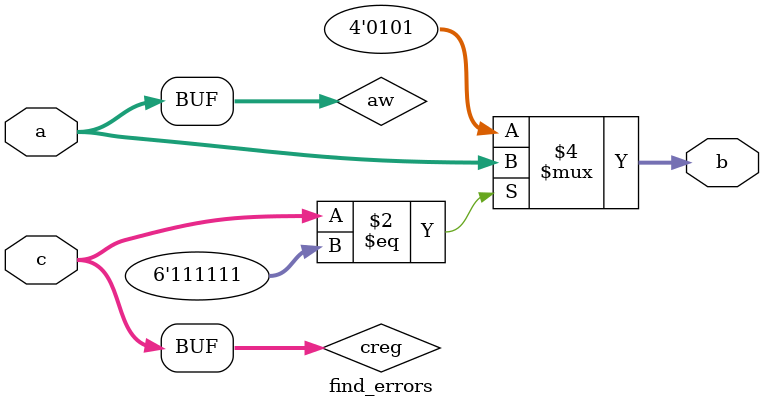
<source format=v>
/*//////////////////////////////////////////////////////////////////////////////
//                                                                            //
//               Application Assignment Problem 2 Module 3 Course 2           //
//                                                                            //
////////////////////////////////////////////////////////////////////////////////
//
// [Replace [items in brackets] with your content]
// @file AAC2M1P2.vhd
// @brief Application Assignment 2-007 Example code with errors to be found
// @version: 1.0 
// Date of current revision:  @date 2019-06-20  
// Target FPGA: [Intel Altera MAX10] 
// Tools used: [Quartus Prime 16.1 or Sigasi] for editing and/or synthesis 
//             [Modeltech ModelSIM 10.4a Student Edition] for simulation 
//             [Quartus Prime 16.1]  for place and route if applied
//             
//  Functional Description:  This file contains the Verilog which describes the 
//               FPGA implementation of a fixed/variable 4-bit mux. The inputs 
//               are a, a 4-bit vector, a fixed 4-bit vector, and c, a 6-bit
//               selector, with b, a 4-bit vector as the output.  

//  Hierarchy:  There is only one level in this simple design.
//  
//  Designed by:  @author [your name] 
//                [Organization]
//                [email] 
// 
//      Copyright (c) 2019 by Tim Scherr
//
// Redistribution, modification or use of this software in source or binary
// forms is permitted as long as the files maintain this copyright. Users are
// permitted to modify this and use it to learn about the field of HDl code.
// Tim Scherr and the University of Colorado are not liable for any misuse
// of this material.
//////////////////////////////////////////////////////////////////////////////
// 
*/
module find_errors(                           // line 1
  input  [0:3] a,                             // line 2
  output reg [3:0] b,                             // line 3
  input [5:0] c                               // line 4
);

  wire [0:3] aw;                              // line 6
  wire [3:0] bw;                              // line 7
  reg [5:0] creg;                              // line 8

  assign aw = a;                             // line 10

always @*                                       // line 13 
  begin                                      // line 14
    creg = c;                           // line 12
    if (creg == 6'h3F)   //creg is all 1s     // line 15 
     b = aw;                             // line 16  
    else                                     // line 17
     b = 4'b0101;                           // line 18   
  end                                     // line 19

endmodule                                          // line 21  

    
</source>
